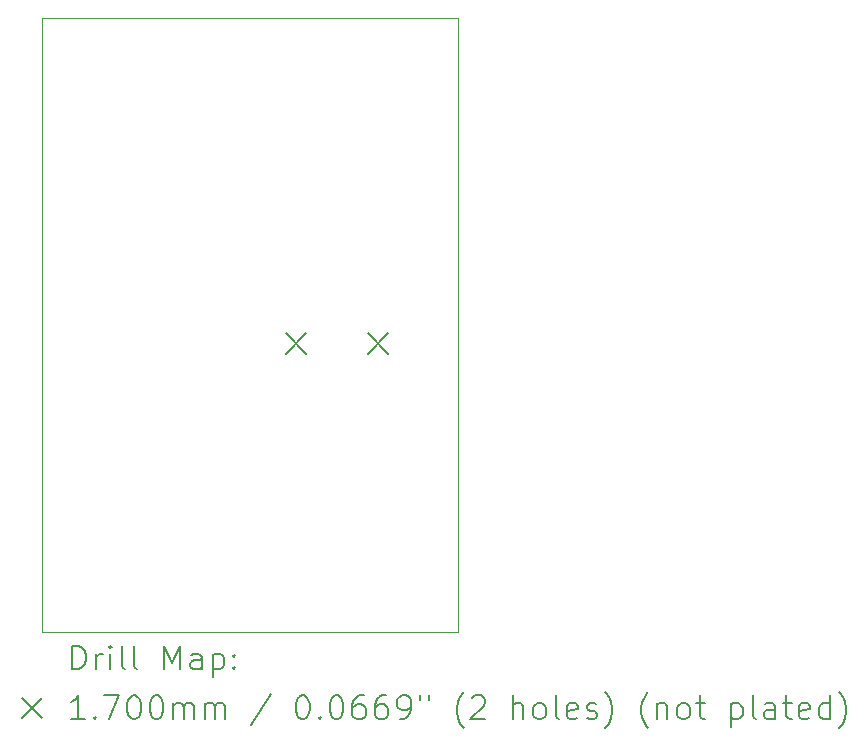
<source format=gbr>
%TF.GenerationSoftware,KiCad,Pcbnew,(6.0.9)*%
%TF.CreationDate,2022-12-23T15:53:00-08:00*%
%TF.ProjectId,pdm_mic_brd,70646d5f-6d69-4635-9f62-72642e6b6963,rev?*%
%TF.SameCoordinates,Original*%
%TF.FileFunction,Drillmap*%
%TF.FilePolarity,Positive*%
%FSLAX45Y45*%
G04 Gerber Fmt 4.5, Leading zero omitted, Abs format (unit mm)*
G04 Created by KiCad (PCBNEW (6.0.9)) date 2022-12-23 15:53:00*
%MOMM*%
%LPD*%
G01*
G04 APERTURE LIST*
%ADD10C,0.100000*%
%ADD11C,0.200000*%
%ADD12C,0.170000*%
G04 APERTURE END LIST*
D10*
X10578050Y-3178600D02*
X14093350Y-3178600D01*
X14093350Y-3178600D02*
X14093350Y-8378600D01*
X14093350Y-8378600D02*
X10578050Y-8378600D01*
X10578050Y-8378600D02*
X10578050Y-3178600D01*
D11*
D12*
X12638000Y-5849400D02*
X12808000Y-6019400D01*
X12808000Y-5849400D02*
X12638000Y-6019400D01*
X13338000Y-5849400D02*
X13508000Y-6019400D01*
X13508000Y-5849400D02*
X13338000Y-6019400D01*
D11*
X10830669Y-8694076D02*
X10830669Y-8494076D01*
X10878288Y-8494076D01*
X10906860Y-8503600D01*
X10925907Y-8522648D01*
X10935431Y-8541695D01*
X10944955Y-8579790D01*
X10944955Y-8608362D01*
X10935431Y-8646457D01*
X10925907Y-8665505D01*
X10906860Y-8684552D01*
X10878288Y-8694076D01*
X10830669Y-8694076D01*
X11030669Y-8694076D02*
X11030669Y-8560743D01*
X11030669Y-8598838D02*
X11040193Y-8579790D01*
X11049717Y-8570267D01*
X11068764Y-8560743D01*
X11087812Y-8560743D01*
X11154479Y-8694076D02*
X11154479Y-8560743D01*
X11154479Y-8494076D02*
X11144955Y-8503600D01*
X11154479Y-8513124D01*
X11164002Y-8503600D01*
X11154479Y-8494076D01*
X11154479Y-8513124D01*
X11278288Y-8694076D02*
X11259240Y-8684552D01*
X11249717Y-8665505D01*
X11249717Y-8494076D01*
X11383050Y-8694076D02*
X11364002Y-8684552D01*
X11354478Y-8665505D01*
X11354478Y-8494076D01*
X11611621Y-8694076D02*
X11611621Y-8494076D01*
X11678288Y-8636933D01*
X11744955Y-8494076D01*
X11744955Y-8694076D01*
X11925907Y-8694076D02*
X11925907Y-8589314D01*
X11916383Y-8570267D01*
X11897336Y-8560743D01*
X11859240Y-8560743D01*
X11840193Y-8570267D01*
X11925907Y-8684552D02*
X11906859Y-8694076D01*
X11859240Y-8694076D01*
X11840193Y-8684552D01*
X11830669Y-8665505D01*
X11830669Y-8646457D01*
X11840193Y-8627410D01*
X11859240Y-8617886D01*
X11906859Y-8617886D01*
X11925907Y-8608362D01*
X12021145Y-8560743D02*
X12021145Y-8760743D01*
X12021145Y-8570267D02*
X12040193Y-8560743D01*
X12078288Y-8560743D01*
X12097336Y-8570267D01*
X12106859Y-8579790D01*
X12116383Y-8598838D01*
X12116383Y-8655981D01*
X12106859Y-8675029D01*
X12097336Y-8684552D01*
X12078288Y-8694076D01*
X12040193Y-8694076D01*
X12021145Y-8684552D01*
X12202098Y-8675029D02*
X12211621Y-8684552D01*
X12202098Y-8694076D01*
X12192574Y-8684552D01*
X12202098Y-8675029D01*
X12202098Y-8694076D01*
X12202098Y-8570267D02*
X12211621Y-8579790D01*
X12202098Y-8589314D01*
X12192574Y-8579790D01*
X12202098Y-8570267D01*
X12202098Y-8589314D01*
D12*
X10403050Y-8938600D02*
X10573050Y-9108600D01*
X10573050Y-8938600D02*
X10403050Y-9108600D01*
D11*
X10935431Y-9114076D02*
X10821145Y-9114076D01*
X10878288Y-9114076D02*
X10878288Y-8914076D01*
X10859240Y-8942648D01*
X10840193Y-8961695D01*
X10821145Y-8971219D01*
X11021145Y-9095029D02*
X11030669Y-9104552D01*
X11021145Y-9114076D01*
X11011621Y-9104552D01*
X11021145Y-9095029D01*
X11021145Y-9114076D01*
X11097336Y-8914076D02*
X11230669Y-8914076D01*
X11144955Y-9114076D01*
X11344955Y-8914076D02*
X11364002Y-8914076D01*
X11383050Y-8923600D01*
X11392574Y-8933124D01*
X11402098Y-8952171D01*
X11411621Y-8990267D01*
X11411621Y-9037886D01*
X11402098Y-9075981D01*
X11392574Y-9095029D01*
X11383050Y-9104552D01*
X11364002Y-9114076D01*
X11344955Y-9114076D01*
X11325907Y-9104552D01*
X11316383Y-9095029D01*
X11306859Y-9075981D01*
X11297336Y-9037886D01*
X11297336Y-8990267D01*
X11306859Y-8952171D01*
X11316383Y-8933124D01*
X11325907Y-8923600D01*
X11344955Y-8914076D01*
X11535431Y-8914076D02*
X11554478Y-8914076D01*
X11573526Y-8923600D01*
X11583050Y-8933124D01*
X11592574Y-8952171D01*
X11602098Y-8990267D01*
X11602098Y-9037886D01*
X11592574Y-9075981D01*
X11583050Y-9095029D01*
X11573526Y-9104552D01*
X11554478Y-9114076D01*
X11535431Y-9114076D01*
X11516383Y-9104552D01*
X11506859Y-9095029D01*
X11497336Y-9075981D01*
X11487812Y-9037886D01*
X11487812Y-8990267D01*
X11497336Y-8952171D01*
X11506859Y-8933124D01*
X11516383Y-8923600D01*
X11535431Y-8914076D01*
X11687812Y-9114076D02*
X11687812Y-8980743D01*
X11687812Y-8999790D02*
X11697336Y-8990267D01*
X11716383Y-8980743D01*
X11744955Y-8980743D01*
X11764002Y-8990267D01*
X11773526Y-9009314D01*
X11773526Y-9114076D01*
X11773526Y-9009314D02*
X11783050Y-8990267D01*
X11802098Y-8980743D01*
X11830669Y-8980743D01*
X11849717Y-8990267D01*
X11859240Y-9009314D01*
X11859240Y-9114076D01*
X11954478Y-9114076D02*
X11954478Y-8980743D01*
X11954478Y-8999790D02*
X11964002Y-8990267D01*
X11983050Y-8980743D01*
X12011621Y-8980743D01*
X12030669Y-8990267D01*
X12040193Y-9009314D01*
X12040193Y-9114076D01*
X12040193Y-9009314D02*
X12049717Y-8990267D01*
X12068764Y-8980743D01*
X12097336Y-8980743D01*
X12116383Y-8990267D01*
X12125907Y-9009314D01*
X12125907Y-9114076D01*
X12516383Y-8904552D02*
X12344955Y-9161695D01*
X12773526Y-8914076D02*
X12792574Y-8914076D01*
X12811621Y-8923600D01*
X12821145Y-8933124D01*
X12830669Y-8952171D01*
X12840193Y-8990267D01*
X12840193Y-9037886D01*
X12830669Y-9075981D01*
X12821145Y-9095029D01*
X12811621Y-9104552D01*
X12792574Y-9114076D01*
X12773526Y-9114076D01*
X12754478Y-9104552D01*
X12744955Y-9095029D01*
X12735431Y-9075981D01*
X12725907Y-9037886D01*
X12725907Y-8990267D01*
X12735431Y-8952171D01*
X12744955Y-8933124D01*
X12754478Y-8923600D01*
X12773526Y-8914076D01*
X12925907Y-9095029D02*
X12935431Y-9104552D01*
X12925907Y-9114076D01*
X12916383Y-9104552D01*
X12925907Y-9095029D01*
X12925907Y-9114076D01*
X13059240Y-8914076D02*
X13078288Y-8914076D01*
X13097336Y-8923600D01*
X13106859Y-8933124D01*
X13116383Y-8952171D01*
X13125907Y-8990267D01*
X13125907Y-9037886D01*
X13116383Y-9075981D01*
X13106859Y-9095029D01*
X13097336Y-9104552D01*
X13078288Y-9114076D01*
X13059240Y-9114076D01*
X13040193Y-9104552D01*
X13030669Y-9095029D01*
X13021145Y-9075981D01*
X13011621Y-9037886D01*
X13011621Y-8990267D01*
X13021145Y-8952171D01*
X13030669Y-8933124D01*
X13040193Y-8923600D01*
X13059240Y-8914076D01*
X13297336Y-8914076D02*
X13259240Y-8914076D01*
X13240193Y-8923600D01*
X13230669Y-8933124D01*
X13211621Y-8961695D01*
X13202098Y-8999790D01*
X13202098Y-9075981D01*
X13211621Y-9095029D01*
X13221145Y-9104552D01*
X13240193Y-9114076D01*
X13278288Y-9114076D01*
X13297336Y-9104552D01*
X13306859Y-9095029D01*
X13316383Y-9075981D01*
X13316383Y-9028362D01*
X13306859Y-9009314D01*
X13297336Y-8999790D01*
X13278288Y-8990267D01*
X13240193Y-8990267D01*
X13221145Y-8999790D01*
X13211621Y-9009314D01*
X13202098Y-9028362D01*
X13487812Y-8914076D02*
X13449717Y-8914076D01*
X13430669Y-8923600D01*
X13421145Y-8933124D01*
X13402098Y-8961695D01*
X13392574Y-8999790D01*
X13392574Y-9075981D01*
X13402098Y-9095029D01*
X13411621Y-9104552D01*
X13430669Y-9114076D01*
X13468764Y-9114076D01*
X13487812Y-9104552D01*
X13497336Y-9095029D01*
X13506859Y-9075981D01*
X13506859Y-9028362D01*
X13497336Y-9009314D01*
X13487812Y-8999790D01*
X13468764Y-8990267D01*
X13430669Y-8990267D01*
X13411621Y-8999790D01*
X13402098Y-9009314D01*
X13392574Y-9028362D01*
X13602098Y-9114076D02*
X13640193Y-9114076D01*
X13659240Y-9104552D01*
X13668764Y-9095029D01*
X13687812Y-9066457D01*
X13697336Y-9028362D01*
X13697336Y-8952171D01*
X13687812Y-8933124D01*
X13678288Y-8923600D01*
X13659240Y-8914076D01*
X13621145Y-8914076D01*
X13602098Y-8923600D01*
X13592574Y-8933124D01*
X13583050Y-8952171D01*
X13583050Y-8999790D01*
X13592574Y-9018838D01*
X13602098Y-9028362D01*
X13621145Y-9037886D01*
X13659240Y-9037886D01*
X13678288Y-9028362D01*
X13687812Y-9018838D01*
X13697336Y-8999790D01*
X13773526Y-8914076D02*
X13773526Y-8952171D01*
X13849717Y-8914076D02*
X13849717Y-8952171D01*
X14144955Y-9190267D02*
X14135431Y-9180743D01*
X14116383Y-9152171D01*
X14106859Y-9133124D01*
X14097336Y-9104552D01*
X14087812Y-9056933D01*
X14087812Y-9018838D01*
X14097336Y-8971219D01*
X14106859Y-8942648D01*
X14116383Y-8923600D01*
X14135431Y-8895029D01*
X14144955Y-8885505D01*
X14211621Y-8933124D02*
X14221145Y-8923600D01*
X14240193Y-8914076D01*
X14287812Y-8914076D01*
X14306859Y-8923600D01*
X14316383Y-8933124D01*
X14325907Y-8952171D01*
X14325907Y-8971219D01*
X14316383Y-8999790D01*
X14202098Y-9114076D01*
X14325907Y-9114076D01*
X14564002Y-9114076D02*
X14564002Y-8914076D01*
X14649717Y-9114076D02*
X14649717Y-9009314D01*
X14640193Y-8990267D01*
X14621145Y-8980743D01*
X14592574Y-8980743D01*
X14573526Y-8990267D01*
X14564002Y-8999790D01*
X14773526Y-9114076D02*
X14754478Y-9104552D01*
X14744955Y-9095029D01*
X14735431Y-9075981D01*
X14735431Y-9018838D01*
X14744955Y-8999790D01*
X14754478Y-8990267D01*
X14773526Y-8980743D01*
X14802098Y-8980743D01*
X14821145Y-8990267D01*
X14830669Y-8999790D01*
X14840193Y-9018838D01*
X14840193Y-9075981D01*
X14830669Y-9095029D01*
X14821145Y-9104552D01*
X14802098Y-9114076D01*
X14773526Y-9114076D01*
X14954478Y-9114076D02*
X14935431Y-9104552D01*
X14925907Y-9085505D01*
X14925907Y-8914076D01*
X15106859Y-9104552D02*
X15087812Y-9114076D01*
X15049717Y-9114076D01*
X15030669Y-9104552D01*
X15021145Y-9085505D01*
X15021145Y-9009314D01*
X15030669Y-8990267D01*
X15049717Y-8980743D01*
X15087812Y-8980743D01*
X15106859Y-8990267D01*
X15116383Y-9009314D01*
X15116383Y-9028362D01*
X15021145Y-9047410D01*
X15192574Y-9104552D02*
X15211621Y-9114076D01*
X15249717Y-9114076D01*
X15268764Y-9104552D01*
X15278288Y-9085505D01*
X15278288Y-9075981D01*
X15268764Y-9056933D01*
X15249717Y-9047410D01*
X15221145Y-9047410D01*
X15202098Y-9037886D01*
X15192574Y-9018838D01*
X15192574Y-9009314D01*
X15202098Y-8990267D01*
X15221145Y-8980743D01*
X15249717Y-8980743D01*
X15268764Y-8990267D01*
X15344955Y-9190267D02*
X15354478Y-9180743D01*
X15373526Y-9152171D01*
X15383050Y-9133124D01*
X15392574Y-9104552D01*
X15402098Y-9056933D01*
X15402098Y-9018838D01*
X15392574Y-8971219D01*
X15383050Y-8942648D01*
X15373526Y-8923600D01*
X15354478Y-8895029D01*
X15344955Y-8885505D01*
X15706859Y-9190267D02*
X15697336Y-9180743D01*
X15678288Y-9152171D01*
X15668764Y-9133124D01*
X15659240Y-9104552D01*
X15649717Y-9056933D01*
X15649717Y-9018838D01*
X15659240Y-8971219D01*
X15668764Y-8942648D01*
X15678288Y-8923600D01*
X15697336Y-8895029D01*
X15706859Y-8885505D01*
X15783050Y-8980743D02*
X15783050Y-9114076D01*
X15783050Y-8999790D02*
X15792574Y-8990267D01*
X15811621Y-8980743D01*
X15840193Y-8980743D01*
X15859240Y-8990267D01*
X15868764Y-9009314D01*
X15868764Y-9114076D01*
X15992574Y-9114076D02*
X15973526Y-9104552D01*
X15964002Y-9095029D01*
X15954478Y-9075981D01*
X15954478Y-9018838D01*
X15964002Y-8999790D01*
X15973526Y-8990267D01*
X15992574Y-8980743D01*
X16021145Y-8980743D01*
X16040193Y-8990267D01*
X16049717Y-8999790D01*
X16059240Y-9018838D01*
X16059240Y-9075981D01*
X16049717Y-9095029D01*
X16040193Y-9104552D01*
X16021145Y-9114076D01*
X15992574Y-9114076D01*
X16116383Y-8980743D02*
X16192574Y-8980743D01*
X16144955Y-8914076D02*
X16144955Y-9085505D01*
X16154478Y-9104552D01*
X16173526Y-9114076D01*
X16192574Y-9114076D01*
X16411621Y-8980743D02*
X16411621Y-9180743D01*
X16411621Y-8990267D02*
X16430669Y-8980743D01*
X16468764Y-8980743D01*
X16487812Y-8990267D01*
X16497336Y-8999790D01*
X16506859Y-9018838D01*
X16506859Y-9075981D01*
X16497336Y-9095029D01*
X16487812Y-9104552D01*
X16468764Y-9114076D01*
X16430669Y-9114076D01*
X16411621Y-9104552D01*
X16621145Y-9114076D02*
X16602098Y-9104552D01*
X16592574Y-9085505D01*
X16592574Y-8914076D01*
X16783050Y-9114076D02*
X16783050Y-9009314D01*
X16773526Y-8990267D01*
X16754478Y-8980743D01*
X16716383Y-8980743D01*
X16697336Y-8990267D01*
X16783050Y-9104552D02*
X16764002Y-9114076D01*
X16716383Y-9114076D01*
X16697336Y-9104552D01*
X16687812Y-9085505D01*
X16687812Y-9066457D01*
X16697336Y-9047410D01*
X16716383Y-9037886D01*
X16764002Y-9037886D01*
X16783050Y-9028362D01*
X16849717Y-8980743D02*
X16925907Y-8980743D01*
X16878288Y-8914076D02*
X16878288Y-9085505D01*
X16887812Y-9104552D01*
X16906860Y-9114076D01*
X16925907Y-9114076D01*
X17068764Y-9104552D02*
X17049717Y-9114076D01*
X17011621Y-9114076D01*
X16992574Y-9104552D01*
X16983050Y-9085505D01*
X16983050Y-9009314D01*
X16992574Y-8990267D01*
X17011621Y-8980743D01*
X17049717Y-8980743D01*
X17068764Y-8990267D01*
X17078288Y-9009314D01*
X17078288Y-9028362D01*
X16983050Y-9047410D01*
X17249717Y-9114076D02*
X17249717Y-8914076D01*
X17249717Y-9104552D02*
X17230669Y-9114076D01*
X17192574Y-9114076D01*
X17173526Y-9104552D01*
X17164002Y-9095029D01*
X17154479Y-9075981D01*
X17154479Y-9018838D01*
X17164002Y-8999790D01*
X17173526Y-8990267D01*
X17192574Y-8980743D01*
X17230669Y-8980743D01*
X17249717Y-8990267D01*
X17325907Y-9190267D02*
X17335431Y-9180743D01*
X17354479Y-9152171D01*
X17364002Y-9133124D01*
X17373526Y-9104552D01*
X17383050Y-9056933D01*
X17383050Y-9018838D01*
X17373526Y-8971219D01*
X17364002Y-8942648D01*
X17354479Y-8923600D01*
X17335431Y-8895029D01*
X17325907Y-8885505D01*
M02*

</source>
